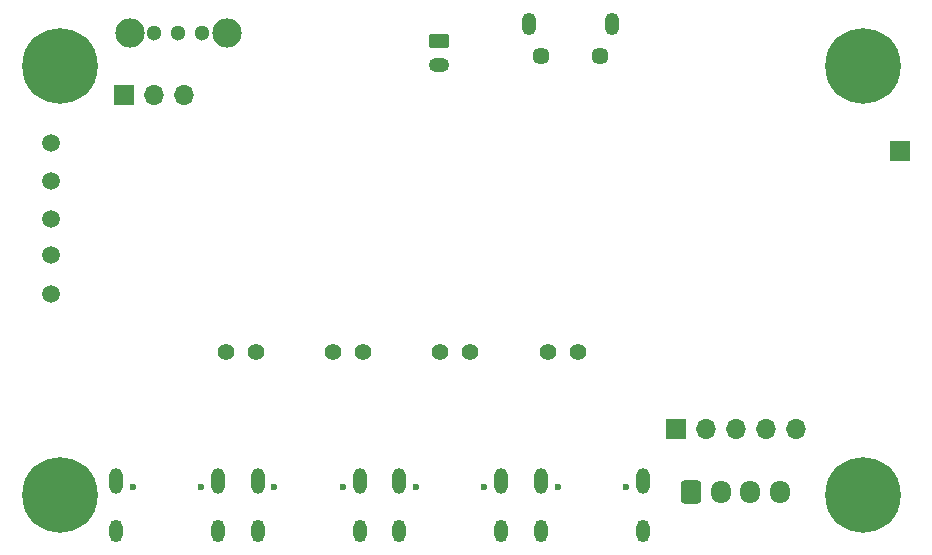
<source format=gbr>
%TF.GenerationSoftware,KiCad,Pcbnew,8.0.6*%
%TF.CreationDate,2025-06-05T21:04:29+02:00*%
%TF.ProjectId,ChrisPCB,43687269-7350-4434-922e-6b696361645f,rev?*%
%TF.SameCoordinates,Original*%
%TF.FileFunction,Soldermask,Bot*%
%TF.FilePolarity,Negative*%
%FSLAX46Y46*%
G04 Gerber Fmt 4.6, Leading zero omitted, Abs format (unit mm)*
G04 Created by KiCad (PCBNEW 8.0.6) date 2025-06-05 21:04:29*
%MOMM*%
%LPD*%
G01*
G04 APERTURE LIST*
G04 Aperture macros list*
%AMRoundRect*
0 Rectangle with rounded corners*
0 $1 Rounding radius*
0 $2 $3 $4 $5 $6 $7 $8 $9 X,Y pos of 4 corners*
0 Add a 4 corners polygon primitive as box body*
4,1,4,$2,$3,$4,$5,$6,$7,$8,$9,$2,$3,0*
0 Add four circle primitives for the rounded corners*
1,1,$1+$1,$2,$3*
1,1,$1+$1,$4,$5*
1,1,$1+$1,$6,$7*
1,1,$1+$1,$8,$9*
0 Add four rect primitives between the rounded corners*
20,1,$1+$1,$2,$3,$4,$5,0*
20,1,$1+$1,$4,$5,$6,$7,0*
20,1,$1+$1,$6,$7,$8,$9,0*
20,1,$1+$1,$8,$9,$2,$3,0*%
G04 Aperture macros list end*
%ADD10O,1.200000X1.900000*%
%ADD11C,1.450000*%
%ADD12C,6.400000*%
%ADD13C,1.400000*%
%ADD14C,1.500000*%
%ADD15C,0.600000*%
%ADD16O,1.104000X2.204000*%
%ADD17O,1.104000X1.904000*%
%ADD18RoundRect,0.250000X-0.625000X0.350000X-0.625000X-0.350000X0.625000X-0.350000X0.625000X0.350000X0*%
%ADD19O,1.750000X1.200000*%
%ADD20R,1.700000X1.700000*%
%ADD21RoundRect,0.250000X-0.600000X-0.725000X0.600000X-0.725000X0.600000X0.725000X-0.600000X0.725000X0*%
%ADD22O,1.700000X1.950000*%
%ADD23O,1.700000X1.700000*%
%ADD24C,1.300000*%
%ADD25C,2.483000*%
G04 APERTURE END LIST*
D10*
%TO.C,J11*%
X146700000Y-76462500D03*
D11*
X145700000Y-79162500D03*
X140700000Y-79162500D03*
D10*
X139700000Y-76462500D03*
%TD*%
D12*
%TO.C,H3*%
X168000000Y-80000000D03*
%TD*%
D13*
%TO.C,TP6*%
X116600000Y-104162500D03*
X114060000Y-104162500D03*
%TD*%
D12*
%TO.C,H1*%
X100000000Y-116320000D03*
%TD*%
D14*
%TO.C,TP5*%
X99200000Y-86500000D03*
%TD*%
%TO.C,TP4*%
X99200000Y-99300000D03*
%TD*%
%TO.C,TP3*%
X99200000Y-96000000D03*
%TD*%
D15*
%TO.C,J7*%
X106160000Y-115632500D03*
X111940000Y-115632500D03*
D16*
X104725000Y-115142500D03*
X113375000Y-115142500D03*
D17*
X104725000Y-119312500D03*
X113375000Y-119312500D03*
%TD*%
D14*
%TO.C,TP1*%
X99200000Y-89700000D03*
%TD*%
D18*
%TO.C,X1*%
X132100000Y-77900000D03*
D19*
X132100000Y-79900000D03*
%TD*%
D13*
%TO.C,TP9*%
X143850000Y-104162500D03*
X141310000Y-104162500D03*
%TD*%
%TO.C,TP8*%
X134750000Y-104162500D03*
X132210000Y-104162500D03*
%TD*%
D20*
%TO.C,J5*%
X171100000Y-87200000D03*
%TD*%
D12*
%TO.C,H4*%
X168000000Y-116320000D03*
%TD*%
D15*
%TO.C,J8*%
X118160000Y-115632500D03*
X123940000Y-115632500D03*
D16*
X116725000Y-115142500D03*
X125375000Y-115142500D03*
D17*
X116725000Y-119312500D03*
X125375000Y-119312500D03*
%TD*%
D15*
%TO.C,J9*%
X130160000Y-115632500D03*
X135940000Y-115632500D03*
D16*
X128725000Y-115142500D03*
X137375000Y-115142500D03*
D17*
X128725000Y-119312500D03*
X137375000Y-119312500D03*
%TD*%
D21*
%TO.C,J3*%
X153456000Y-116078000D03*
D22*
X155956000Y-116078000D03*
X158456000Y-116078000D03*
X160956000Y-116078000D03*
%TD*%
D20*
%TO.C,J1*%
X105420000Y-82400000D03*
D23*
X107960000Y-82400000D03*
X110500000Y-82400000D03*
%TD*%
D13*
%TO.C,TP7*%
X125650000Y-104162500D03*
X123110000Y-104162500D03*
%TD*%
D12*
%TO.C,H2*%
X100000000Y-80000000D03*
%TD*%
D20*
%TO.C,J2*%
X152151000Y-110744000D03*
D23*
X154691000Y-110744000D03*
X157231000Y-110744000D03*
X159771000Y-110744000D03*
X162311000Y-110744000D03*
%TD*%
D14*
%TO.C,TP2*%
X99200000Y-92900000D03*
%TD*%
D15*
%TO.C,J10*%
X142160000Y-115632500D03*
X147940000Y-115632500D03*
D16*
X140725000Y-115142500D03*
X149375000Y-115142500D03*
D17*
X140725000Y-119312500D03*
X149375000Y-119312500D03*
%TD*%
D24*
%TO.C,S1*%
X112000000Y-77200000D03*
X110000000Y-77200000D03*
X108000000Y-77200000D03*
D25*
X114100000Y-77200000D03*
X105900000Y-77200000D03*
%TD*%
M02*

</source>
